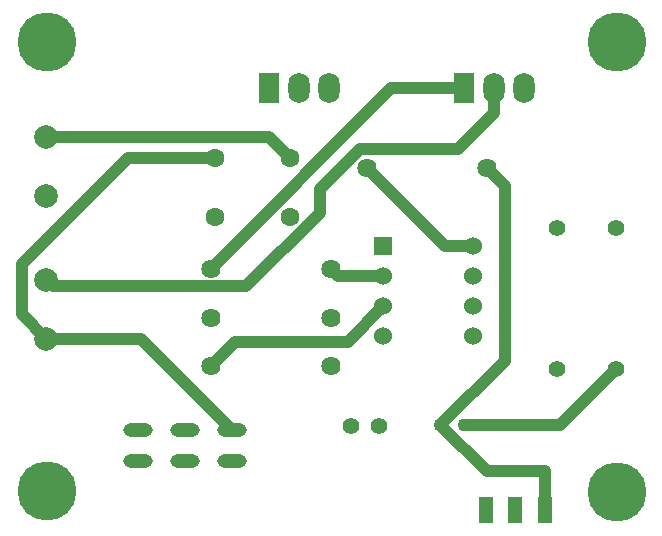
<source format=gtl>
G04 Layer: TopLayer*
G04 EasyEDA v6.5.12, 2022-10-09 20:59:30*
G04 6618d418ddb7492eb1f763c1ca00203a,0dc1cd2b4b68440da47f955ee06510d5,10*
G04 Gerber Generator version 0.2*
G04 Scale: 100 percent, Rotated: No, Reflected: No *
G04 Dimensions in millimeters *
G04 leading zeros omitted , absolute positions ,4 integer and 5 decimal *
%FSLAX45Y45*%
%MOMM*%

%ADD10C,1.0000*%
%ADD11C,2.0000*%
%ADD12C,1.1000*%
%ADD13C,1.6000*%
%ADD14C,1.4000*%
%ADD15O,1.7999964X2.5999948*%
%ADD16R,1.8000X2.6000*%
%ADD17C,1.6256*%
%ADD18C,1.4000*%
%ADD19O,2.4999949999999997X1.1999976*%
%ADD20R,1.5240X1.5240*%
%ADD21C,1.5240*%
%ADD22R,1.2116X2.1819*%
%ADD23C,5.0000*%

%LPD*%
D10*
X4711700Y6953758D02*
G01*
X4711700Y6743700D01*
X4401820Y6433820D01*
X3572002Y6433820D01*
X3236468Y6098286D01*
X3236468Y5895847D01*
X2614168Y5273547D01*
X977645Y5273547D01*
X920750Y5330444D01*
X5138420Y3587495D02*
G01*
X5138420Y3708400D01*
X4649724Y3708400D01*
X4256024Y4102100D01*
X4648200Y6273800D02*
G01*
X4800600Y6121400D01*
X4800600Y4646676D01*
X4256024Y4102100D01*
X2349500Y6358636D02*
G01*
X1608836Y6358636D01*
X711200Y5461000D01*
X711200Y5039105D01*
X920750Y4829555D01*
X5138420Y3378200D02*
G01*
X5138420Y3587369D01*
X2311400Y5422900D02*
G01*
X3842258Y6953758D01*
X4457700Y6953758D01*
X3771900Y5105400D02*
G01*
X3470275Y4803775D01*
X2517775Y4803775D01*
X2311400Y4597400D01*
X4533900Y5613400D02*
G01*
X4292600Y5613400D01*
X3632200Y6273800D01*
X3771900Y5359400D02*
G01*
X3390900Y5359400D01*
X3327400Y5422900D01*
X5742762Y4572000D02*
G01*
X5272862Y4102100D01*
X4456099Y4102100D01*
X2984500Y6358686D02*
G01*
X2806242Y6536944D01*
X920750Y6536944D01*
X2495499Y4054297D02*
G01*
X1720240Y4829555D01*
X920750Y4829555D01*
D11*
G01*
X920750Y6536944D03*
G01*
X920750Y6036055D03*
G01*
X920750Y5330444D03*
G01*
X920750Y4829555D03*
D12*
G01*
X4256100Y4102100D03*
G01*
X4456099Y4102100D03*
D13*
G01*
X2349500Y5858687D03*
G01*
X2349500Y6358686D03*
G01*
X2984500Y5858687D03*
G01*
X2984500Y6358686D03*
D14*
G01*
X3499358Y4089400D03*
G01*
X3739641Y4089400D03*
D15*
G01*
X4711700Y6953732D03*
G01*
X4965725Y6952742D03*
D16*
G01*
X4457700Y6953758D03*
D15*
G01*
X3060700Y6953732D03*
G01*
X3314725Y6952742D03*
D16*
G01*
X2806700Y6953758D03*
D17*
G01*
X3632200Y6273800D03*
G01*
X4648200Y6273800D03*
G01*
X2311400Y5422900D03*
G01*
X3327400Y5422900D03*
G01*
X2311400Y5010150D03*
G01*
X3327400Y5010150D03*
G01*
X2311400Y4597400D03*
G01*
X3327400Y4597400D03*
D18*
G01*
X5242763Y5765800D03*
G01*
X5742762Y5765800D03*
G01*
X5742762Y4572000D03*
G01*
X5242763Y4572000D03*
D19*
G01*
X2495499Y3794302D03*
G01*
X2095500Y3794302D03*
G01*
X1695500Y3794302D03*
G01*
X2495499Y4054297D03*
G01*
X2095500Y4054297D03*
G01*
X1695500Y4054297D03*
D20*
G01*
X3771900Y5613400D03*
D21*
G01*
X3771900Y5359400D03*
G01*
X3771900Y5105400D03*
G01*
X3771900Y4851400D03*
G01*
X4533900Y4851400D03*
G01*
X4533900Y5105400D03*
G01*
X4533900Y5359400D03*
G01*
X4533900Y5613400D03*
D22*
G01*
X4889500Y3378200D03*
G01*
X5138420Y3378200D03*
G01*
X4640579Y3378200D03*
D23*
G01*
X5753100Y7340600D03*
G01*
X5753100Y3530600D03*
G01*
X927100Y3543300D03*
G01*
X927100Y7340600D03*
M02*

</source>
